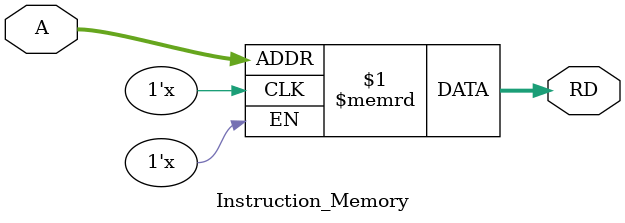
<source format=v>
module Instruction_Memory (
    input [31:2] A,
    output [31:0] RD
);

reg [31:0] ROM [0:63];

assign RD = ROM[A];

endmodule


</source>
